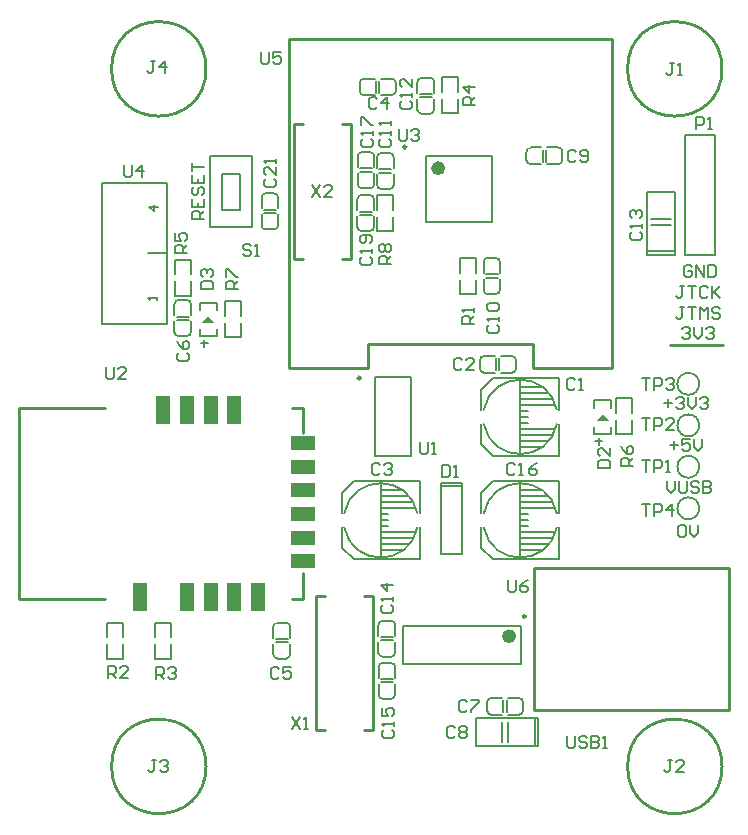
<source format=gto>
G04*
G04 #@! TF.GenerationSoftware,Altium Limited,Altium Designer,19.1.8 (144)*
G04*
G04 Layer_Color=65535*
%FSLAX25Y25*%
%MOIN*%
G70*
G01*
G75*
%ADD10C,0.00500*%
%ADD11C,0.01000*%
%ADD12C,0.00984*%
%ADD13C,0.02362*%
%ADD14C,0.00787*%
%ADD15R,0.04724X0.09449*%
%ADD16R,0.07874X0.04724*%
%ADD17C,0.00598*%
%ADD18C,0.00591*%
%ADD19C,0.00600*%
%ADD20C,0.00800*%
G36*
X816369Y352400D02*
X820769D01*
X818569Y354600D01*
X816369Y352400D01*
D02*
G37*
G36*
X947800Y319790D02*
X952200D01*
X950000Y321990D01*
X947800Y319790D01*
D02*
G37*
D10*
X924547Y406600D02*
G03*
X925903Y405244I1356J0D01*
G01*
X925951Y410800D02*
G03*
X924547Y409396I0J-1404D01*
G01*
X936555D02*
G03*
X935151Y410800I-1404J0D01*
G01*
X935199Y405244D02*
G03*
X936555Y406600I0J1356D01*
G01*
X811400Y347945D02*
G03*
X812756Y349301I0J1356D01*
G01*
X807200Y349349D02*
G03*
X808604Y347945I1404J0D01*
G01*
Y359953D02*
G03*
X807200Y358549I0J-1404D01*
G01*
X812756Y358597D02*
G03*
X811400Y359953I-1356J0D01*
G01*
X837600Y395504D02*
G03*
X836244Y394148I0J-1356D01*
G01*
X841800Y394100D02*
G03*
X840396Y395504I-1404J0D01*
G01*
Y383496D02*
G03*
X841800Y384900I0J1404D01*
G01*
X836244Y384852D02*
G03*
X837600Y383496I1356J0D01*
G01*
X872400Y382945D02*
G03*
X873756Y384301I0J1356D01*
G01*
X868200Y384349D02*
G03*
X869604Y382945I1404J0D01*
G01*
Y394953D02*
G03*
X868200Y393549I0J-1404D01*
G01*
X873756Y393597D02*
G03*
X872400Y394953I-1356J0D01*
G01*
X876100Y408953D02*
G03*
X874744Y407597I0J-1356D01*
G01*
X880300Y407549D02*
G03*
X878896Y408953I-1404J0D01*
G01*
Y396945D02*
G03*
X880300Y398349I0J1404D01*
G01*
X874744Y398301D02*
G03*
X876100Y396945I1356J0D01*
G01*
X869662Y409250D02*
G03*
X868306Y407894I0J-1356D01*
G01*
X873862Y407846D02*
G03*
X872458Y409250I-1404J0D01*
G01*
Y397242D02*
G03*
X873862Y398646I0J1404D01*
G01*
X868306Y398598D02*
G03*
X869662Y397242I1356J0D01*
G01*
X881004Y432400D02*
G03*
X879648Y433756I-1356J0D01*
G01*
X879600Y428200D02*
G03*
X881004Y429604I0J1404D01*
G01*
X868996D02*
G03*
X870400Y428200I1404J0D01*
G01*
X870352Y433756D02*
G03*
X868996Y432400I0J-1356D01*
G01*
X892400Y422047D02*
G03*
X893756Y423403I0J1356D01*
G01*
X888200Y423451D02*
G03*
X889604Y422047I1404J0D01*
G01*
Y434055D02*
G03*
X888200Y432651I0J-1404D01*
G01*
X893756Y432699D02*
G03*
X892400Y434055I-1356J0D01*
G01*
X911600Y373953D02*
G03*
X910244Y372597I0J-1356D01*
G01*
X915800Y372549D02*
G03*
X914396Y373953I-1404J0D01*
G01*
Y361945D02*
G03*
X915800Y363349I0J1404D01*
G01*
X910244Y363301D02*
G03*
X911600Y361945I1356J0D01*
G01*
X909047Y337100D02*
G03*
X910403Y335744I1356J0D01*
G01*
X910451Y341300D02*
G03*
X909047Y339896I0J-1404D01*
G01*
X921055D02*
G03*
X919651Y341300I-1404J0D01*
G01*
X919699Y335744D02*
G03*
X921055Y337100I0J1356D01*
G01*
X911445Y223100D02*
G03*
X912801Y221744I1356J0D01*
G01*
X912849Y227300D02*
G03*
X911445Y225896I0J-1404D01*
G01*
X923453D02*
G03*
X922049Y227300I-1404J0D01*
G01*
X922097Y221744D02*
G03*
X923453Y223100I0J1356D01*
G01*
X879402Y241043D02*
G03*
X880758Y242399I0J1356D01*
G01*
X875202Y242447D02*
G03*
X876606Y241043I1404J0D01*
G01*
Y253051D02*
G03*
X875202Y251647I0J-1404D01*
G01*
X880758Y251695D02*
G03*
X879402Y253051I-1356J0D01*
G01*
X876602Y239000D02*
G03*
X875246Y237644I0J-1356D01*
G01*
X880802Y237596D02*
G03*
X879398Y239000I-1404J0D01*
G01*
Y226992D02*
G03*
X880802Y228396I0J1404D01*
G01*
X875246Y228348D02*
G03*
X876602Y226992I1356J0D01*
G01*
X844400Y240445D02*
G03*
X845756Y241801I0J1356D01*
G01*
X840200Y241849D02*
G03*
X841604Y240445I1404J0D01*
G01*
Y252453D02*
G03*
X840200Y251049I0J-1404D01*
G01*
X845756Y251097D02*
G03*
X844400Y252453I-1356J0D01*
G01*
X925903Y405244D02*
X929551D01*
X924547Y406600D02*
Y409396D01*
X925951Y410800D02*
X929551D01*
X931551D02*
X935151D01*
X936555Y406600D02*
Y409396D01*
X931551Y405244D02*
X935199D01*
X931051Y406000D02*
Y410000D01*
X930000Y406000D02*
Y410000D01*
X812756Y349301D02*
Y352949D01*
X808604Y347945D02*
X811400D01*
X807200Y349349D02*
Y352949D01*
Y354949D02*
Y358549D01*
X808604Y359953D02*
X811400D01*
X812756Y354949D02*
Y358597D01*
X808000Y354449D02*
X812000D01*
X808000Y353398D02*
X812000D01*
X836244Y390500D02*
Y394148D01*
X837600Y395504D02*
X840396D01*
X841800Y390500D02*
Y394100D01*
Y384900D02*
Y388500D01*
X837600Y383496D02*
X840396D01*
X836244Y384852D02*
Y388500D01*
X837000Y389000D02*
X841000D01*
X837000Y390051D02*
X841000D01*
X873756Y384301D02*
Y387949D01*
X869604Y382945D02*
X872400D01*
X868200Y384349D02*
Y387949D01*
Y389949D02*
Y393549D01*
X869604Y394953D02*
X872400D01*
X873756Y389949D02*
Y393597D01*
X869000Y389449D02*
X873000D01*
X869000Y388398D02*
X873000D01*
X874744Y403949D02*
Y407597D01*
X876100Y408953D02*
X878896D01*
X880300Y403949D02*
Y407549D01*
Y398349D02*
Y401949D01*
X876100Y396945D02*
X878896D01*
X874744Y398301D02*
Y401949D01*
X875500Y402449D02*
X879500D01*
X875500Y403500D02*
X879500D01*
X868306Y404246D02*
Y407894D01*
X869662Y409250D02*
X872458D01*
X873862Y404246D02*
Y407846D01*
Y398646D02*
Y402246D01*
X869662Y397242D02*
X872458D01*
X868306Y398598D02*
Y402246D01*
X869062Y402746D02*
X873062D01*
X869062Y403797D02*
X873062D01*
X876000Y433756D02*
X879648D01*
X881004Y429604D02*
Y432400D01*
X876000Y428200D02*
X879600D01*
X870400D02*
X874000D01*
X868996Y429604D02*
Y432400D01*
X870352Y433756D02*
X874000D01*
X874500Y429000D02*
Y433000D01*
X875551Y429000D02*
Y433000D01*
X893756Y423403D02*
Y427051D01*
X889604Y422047D02*
X892400D01*
X888200Y423451D02*
Y427051D01*
Y429051D02*
Y432651D01*
X889604Y434055D02*
X892400D01*
X893756Y429051D02*
Y432699D01*
X889000Y428551D02*
X893000D01*
X889000Y427500D02*
X893000D01*
X871741Y345281D02*
X871810Y345350D01*
X926859Y345309D02*
X926900Y345350D01*
X910244Y368949D02*
Y372597D01*
X911600Y373953D02*
X914396D01*
X915800Y368949D02*
Y372549D01*
Y363349D02*
Y366949D01*
X911600Y361945D02*
X914396D01*
X910244Y363301D02*
Y366949D01*
X911000Y367449D02*
X915000D01*
X911000Y368500D02*
X915000D01*
X910403Y335744D02*
X914051D01*
X909047Y337100D02*
Y339896D01*
X910451Y341300D02*
X914051D01*
X916051D02*
X919651D01*
X921055Y337100D02*
Y339896D01*
X916051Y335744D02*
X919699D01*
X915551Y336500D02*
Y340500D01*
X914500Y336500D02*
Y340500D01*
X912801Y221744D02*
X916449D01*
X911445Y223100D02*
Y225896D01*
X912849Y227300D02*
X916449D01*
X918449D02*
X922049D01*
X923453Y223100D02*
Y225896D01*
X918449Y221744D02*
X922097D01*
X917949Y222500D02*
Y226500D01*
X916898Y222500D02*
Y226500D01*
X880758Y242399D02*
Y246047D01*
X876606Y241043D02*
X879402D01*
X875202Y242447D02*
Y246047D01*
Y248047D02*
Y251647D01*
X876606Y253051D02*
X879402D01*
X880758Y248047D02*
Y251695D01*
X876002Y247547D02*
X880002D01*
X876002Y246496D02*
X880002D01*
X875246Y233996D02*
Y237644D01*
X876602Y239000D02*
X879398D01*
X880802Y233996D02*
Y237596D01*
Y228396D02*
Y231996D01*
X876602Y226992D02*
X879398D01*
X875246Y228348D02*
Y231996D01*
X876002Y232496D02*
X880002D01*
X876002Y233547D02*
X880002D01*
X845756Y241801D02*
Y245449D01*
X841604Y240445D02*
X844400D01*
X840200Y241849D02*
Y245449D01*
Y247449D02*
Y251049D01*
X841604Y252453D02*
X844400D01*
X845756Y247449D02*
Y251097D01*
X841000Y246949D02*
X845000D01*
X841000Y245898D02*
X845000D01*
X801500Y360000D02*
Y361000D01*
Y360500D01*
X798501D01*
X799001Y360000D01*
X801779Y391015D02*
X798780D01*
X800280Y389516D01*
Y391515D01*
D11*
X817748Y437000D02*
G03*
X817748Y437000I-15748J0D01*
G01*
X989748D02*
G03*
X989748Y437000I-15748J0D01*
G01*
Y204500D02*
G03*
X989748Y204500I-15748J0D01*
G01*
X817748D02*
G03*
X817748Y204500I-15748J0D01*
G01*
X972500Y345000D02*
X990000D01*
X927126Y224500D02*
Y270622D01*
X950669D01*
X992126D01*
Y223220D02*
Y270622D01*
X950669Y223220D02*
X992126D01*
X927126D02*
X950669D01*
X927126D02*
Y224500D01*
X755512Y260279D02*
Y324059D01*
X783913D01*
X846413D02*
X850000D01*
X846413Y260279D02*
X850000D01*
X755512D02*
X783913D01*
X850000Y315559D02*
Y324059D01*
Y260279D02*
Y269059D01*
X845560Y446855D02*
X953000D01*
X953040Y337407D02*
Y446855D01*
X845560Y337407D02*
Y446855D01*
X871741Y337407D02*
Y345281D01*
X871810Y345350D02*
X918916D01*
X926900D01*
X926859Y337407D02*
Y345309D01*
Y337407D02*
X953040D01*
X845560D02*
X871741D01*
X873449Y216559D02*
Y261441D01*
X870496D02*
X873449D01*
X870496Y216559D02*
X873449D01*
X854551Y261441D02*
X857504D01*
X854551Y216559D02*
X857504D01*
X854551D02*
Y261441D01*
X847113Y373754D02*
Y418636D01*
Y373754D02*
X850066D01*
X847113Y418636D02*
X850066D01*
X863058Y373754D02*
X866011D01*
X863058Y418636D02*
X866011D01*
Y373754D02*
Y418636D01*
D12*
X884492Y411000D02*
G03*
X884492Y411000I-492J0D01*
G01*
X869272Y333992D02*
G03*
X869272Y333992I-492J0D01*
G01*
X924339Y254549D02*
G03*
X924339Y254549I-492J0D01*
G01*
D13*
X896291Y403890D02*
G03*
X896291Y403890I-1181J0D01*
G01*
X919929Y247894D02*
G03*
X919929Y247894I-1181J0D01*
G01*
D14*
X910324Y318643D02*
G03*
X934676Y318643I12176J2357D01*
G01*
Y323357D02*
G03*
X910324Y323357I-12176J-2357D01*
G01*
Y284143D02*
G03*
X934676Y284143I12176J2357D01*
G01*
Y288857D02*
G03*
X910324Y288857I-12176J-2357D01*
G01*
X863824Y284143D02*
G03*
X888176Y284143I12176J2357D01*
G01*
Y288857D02*
G03*
X863824Y288857I-12176J-2357D01*
G01*
X982140Y290534D02*
G03*
X982140Y290534I-3640J0D01*
G01*
Y332000D02*
G03*
X982140Y332000I-3640J0D01*
G01*
Y318178D02*
G03*
X982140Y318178I-3640J0D01*
G01*
Y304356D02*
G03*
X982140Y304356I-3640J0D01*
G01*
X977500Y374988D02*
X987500D01*
X977500D02*
Y414988D01*
X987500Y374988D02*
Y414988D01*
X977500D02*
X987500D01*
X815769Y347900D02*
X821369D01*
Y350390D01*
X815769Y347900D02*
Y350390D01*
Y356610D02*
Y359100D01*
X821369Y356610D02*
Y359100D01*
X815769D02*
X821369D01*
X817186Y344239D02*
Y346679D01*
X815965Y345459D02*
X818406D01*
X804827Y351878D02*
Y399122D01*
X783173Y351878D02*
Y399122D01*
X804827D01*
X783173Y351878D02*
X804827D01*
X798500Y375500D02*
X804827D01*
X819150Y384189D02*
Y407811D01*
X832929D01*
Y384189D02*
Y407811D01*
X819150Y384189D02*
X832929D01*
X823047Y390114D02*
X828953D01*
Y401925D01*
X823047D02*
X828953D01*
X823047Y390114D02*
Y401925D01*
X891000Y386000D02*
Y408000D01*
X913000Y386000D02*
Y408000D01*
X891000D02*
X913000D01*
X891000Y386000D02*
X913000D01*
X947200Y315290D02*
X952800D01*
Y317779D01*
X947200Y315290D02*
Y317779D01*
Y324000D02*
Y326490D01*
X952800Y324000D02*
Y326490D01*
X947200D02*
X952800D01*
X948617Y311628D02*
Y314069D01*
X947397Y312849D02*
X949838D01*
X922500Y319000D02*
X925000D01*
X922500Y317000D02*
X934200D01*
X922500Y315000D02*
X933300D01*
X922500Y313000D02*
X931900D01*
X922500Y311000D02*
X929800D01*
X922500Y331000D02*
X929800D01*
X922500Y329000D02*
X931900D01*
X922500Y327000D02*
X933300D01*
X922500Y325000D02*
X934200D01*
X922500Y323000D02*
X925000D01*
X922500Y321000D02*
X925000D01*
X922500Y308598D02*
Y333402D01*
X909508Y311945D02*
X913445Y308008D01*
X935492D01*
X909508Y311945D02*
Y318638D01*
X935492Y308008D02*
Y318638D01*
Y323362D02*
Y333992D01*
X909508Y323362D02*
Y330055D01*
X913445Y333992D02*
X935492D01*
X909508Y330055D02*
X913445Y333992D01*
X874094Y307811D02*
Y334189D01*
X885905Y307811D02*
Y334189D01*
X874094D02*
X885905D01*
X874094Y307811D02*
X885905D01*
X922500Y284500D02*
X925000D01*
X922500Y282500D02*
X934200D01*
X922500Y280500D02*
X933300D01*
X922500Y278500D02*
X931900D01*
X922500Y276500D02*
X929800D01*
X922500Y296500D02*
X929800D01*
X922500Y294500D02*
X931900D01*
X922500Y292500D02*
X933300D01*
X922500Y290500D02*
X934200D01*
X922500Y288500D02*
X925000D01*
X922500Y286500D02*
X925000D01*
X922500Y274098D02*
Y298902D01*
X909508Y277445D02*
X913445Y273508D01*
X935492D01*
X909508Y277445D02*
Y284138D01*
X935492Y273508D02*
Y284138D01*
Y288862D02*
Y299492D01*
X909508Y288862D02*
Y295555D01*
X913445Y299492D02*
X935492D01*
X909508Y295555D02*
X913445Y299492D01*
X876000Y284500D02*
X878500D01*
X876000Y282500D02*
X887700D01*
X876000Y280500D02*
X886800D01*
X876000Y278500D02*
X885400D01*
X876000Y276500D02*
X883300D01*
X876000Y296500D02*
X883300D01*
X876000Y294500D02*
X885400D01*
X876000Y292500D02*
X886800D01*
X876000Y290500D02*
X887700D01*
X876000Y288500D02*
X878500D01*
X876000Y286500D02*
X878500D01*
X876000Y274098D02*
Y298902D01*
X863008Y277445D02*
X866945Y273508D01*
X888992D01*
X863008Y277445D02*
Y284138D01*
X888992Y273508D02*
Y284138D01*
Y288862D02*
Y299492D01*
X863008Y288862D02*
Y295555D01*
X866945Y299492D02*
X888992D01*
X863008Y295555D02*
X866945Y299492D01*
X883315Y251400D02*
X922685D01*
X883315Y238600D02*
X922685D01*
Y251400D01*
X883315Y238600D02*
Y251400D01*
D15*
X835039Y261067D02*
D03*
X827165D02*
D03*
X819291D02*
D03*
X811417D02*
D03*
X795669D02*
D03*
X803543Y323272D02*
D03*
X811417D02*
D03*
X819291D02*
D03*
X827165D02*
D03*
D16*
X850000Y312248D02*
D03*
Y304374D02*
D03*
Y296500D02*
D03*
Y288626D02*
D03*
Y280752D02*
D03*
Y272878D02*
D03*
D17*
X966200Y387000D02*
X972800D01*
X966200Y385000D02*
X972800D01*
X916500Y212700D02*
Y219300D01*
X918500Y212700D02*
Y219300D01*
D18*
X974224Y375000D02*
Y376157D01*
X964776Y375000D02*
X974224D01*
X964776D02*
Y376157D01*
Y381669D01*
Y376157D02*
X974224D01*
Y390724D01*
Y395843D01*
X964776D02*
X974224D01*
X964776Y381669D02*
Y395843D01*
X896000Y298000D02*
X903000D01*
X903043Y275189D02*
Y299000D01*
X895957Y275189D02*
Y299000D01*
X903043D01*
X895957Y275189D02*
X903043D01*
X927343Y220724D02*
X928500D01*
Y211276D02*
Y220724D01*
X927343Y211276D02*
X928500D01*
X921831D02*
X927343D01*
Y220724D01*
X912776D02*
X927343D01*
X907658D02*
X912776D01*
X907658Y211276D02*
Y220724D01*
Y211276D02*
X921831D01*
D19*
X829500Y347516D02*
Y352303D01*
X824100Y347516D02*
X829500D01*
X824100D02*
Y352303D01*
Y354697D02*
Y359484D01*
X829500D01*
Y354697D02*
Y359484D01*
X812700Y361366D02*
Y366154D01*
X807300Y361366D02*
X812700D01*
X807300D02*
Y366154D01*
Y368547D02*
Y373335D01*
X812700D01*
Y368547D02*
Y373335D01*
X874800Y390047D02*
Y394835D01*
X880200D01*
Y390047D02*
Y394835D01*
Y382866D02*
Y387653D01*
X874800Y382866D02*
X880200D01*
X874800D02*
Y387653D01*
X896300Y429347D02*
Y434134D01*
X901700D01*
Y429347D02*
Y434134D01*
Y422165D02*
Y426953D01*
X896300Y422165D02*
X901700D01*
X896300D02*
Y426953D01*
X907700Y361866D02*
Y366653D01*
X902300Y361866D02*
X907700D01*
X902300D02*
Y366653D01*
Y369047D02*
Y373835D01*
X907700D01*
Y369047D02*
Y373835D01*
X959700Y315165D02*
Y319953D01*
X954300Y315165D02*
X959700D01*
X954300D02*
Y319953D01*
Y322346D02*
Y327134D01*
X959700D01*
Y322346D02*
Y327134D01*
X784800Y247615D02*
Y252403D01*
X790200D01*
Y247615D02*
Y252403D01*
Y240434D02*
Y245222D01*
X784800Y240434D02*
X790200D01*
X784800D02*
Y245222D01*
X800800Y247615D02*
Y252403D01*
X806200D01*
Y247615D02*
Y252403D01*
Y240434D02*
Y245222D01*
X800800Y240434D02*
X806200D01*
X800800D02*
Y245222D01*
D20*
X817000Y387000D02*
X813001D01*
Y388999D01*
X813668Y389666D01*
X815001D01*
X815667Y388999D01*
Y387000D01*
Y388333D02*
X817000Y389666D01*
X813001Y393665D02*
Y390999D01*
X817000D01*
Y393665D01*
X815001Y390999D02*
Y392332D01*
X813668Y397663D02*
X813001Y396997D01*
Y395664D01*
X813668Y394997D01*
X814334D01*
X815001Y395664D01*
Y396997D01*
X815667Y397663D01*
X816334D01*
X817000Y396997D01*
Y395664D01*
X816334Y394997D01*
X813001Y401662D02*
Y398996D01*
X817000D01*
Y401662D01*
X815001Y398996D02*
Y400329D01*
X813001Y402995D02*
Y405661D01*
Y404328D01*
X817000D01*
X979666Y370832D02*
X978999Y371499D01*
X977666D01*
X977000Y370832D01*
Y368166D01*
X977666Y367500D01*
X978999D01*
X979666Y368166D01*
Y369499D01*
X978333D01*
X980999Y367500D02*
Y371499D01*
X983665Y367500D01*
Y371499D01*
X984997D02*
Y367500D01*
X986997D01*
X987663Y368166D01*
Y370832D01*
X986997Y371499D01*
X984997D01*
X977166Y364499D02*
X975833D01*
X976499D01*
Y361166D01*
X975833Y360500D01*
X975167D01*
X974500Y361166D01*
X978499Y364499D02*
X981164D01*
X979832D01*
Y360500D01*
X985163Y363832D02*
X984497Y364499D01*
X983164D01*
X982497Y363832D01*
Y361166D01*
X983164Y360500D01*
X984497D01*
X985163Y361166D01*
X986496Y364499D02*
Y360500D01*
Y361833D01*
X989162Y364499D01*
X987163Y362499D01*
X989162Y360500D01*
X977166Y357499D02*
X975833D01*
X976499D01*
Y354166D01*
X975833Y353500D01*
X975167D01*
X974500Y354166D01*
X978499Y357499D02*
X981164D01*
X979832D01*
Y353500D01*
X982497D02*
Y357499D01*
X983830Y356166D01*
X985163Y357499D01*
Y353500D01*
X989162Y356832D02*
X988496Y357499D01*
X987163D01*
X986496Y356832D01*
Y356166D01*
X987163Y355499D01*
X988496D01*
X989162Y354833D01*
Y354166D01*
X988496Y353500D01*
X987163D01*
X986496Y354166D01*
X976500Y350332D02*
X977166Y350999D01*
X978499D01*
X979166Y350332D01*
Y349666D01*
X978499Y348999D01*
X977833D01*
X978499D01*
X979166Y348333D01*
Y347666D01*
X978499Y347000D01*
X977166D01*
X976500Y347666D01*
X980499Y350999D02*
Y348333D01*
X981832Y347000D01*
X983165Y348333D01*
Y350999D01*
X984497Y350332D02*
X985164Y350999D01*
X986497D01*
X987163Y350332D01*
Y349666D01*
X986497Y348999D01*
X985830D01*
X986497D01*
X987163Y348333D01*
Y347666D01*
X986497Y347000D01*
X985164D01*
X984497Y347666D01*
X975000Y284332D02*
X975667Y284999D01*
X976999D01*
X977666Y284332D01*
Y281666D01*
X976999Y281000D01*
X975667D01*
X975000Y281666D01*
Y284332D01*
X978999Y284999D02*
Y282333D01*
X980332Y281000D01*
X981664Y282333D01*
Y284999D01*
X970500Y325499D02*
X973166D01*
X971833Y326832D02*
Y324166D01*
X974499Y326832D02*
X975165Y327499D01*
X976498D01*
X977164Y326832D01*
Y326166D01*
X976498Y325499D01*
X975832D01*
X976498D01*
X977164Y324833D01*
Y324166D01*
X976498Y323500D01*
X975165D01*
X974499Y324166D01*
X978497Y327499D02*
Y324833D01*
X979830Y323500D01*
X981163Y324833D01*
Y327499D01*
X982496Y326832D02*
X983163Y327499D01*
X984496D01*
X985162Y326832D01*
Y326166D01*
X984496Y325499D01*
X983829D01*
X984496D01*
X985162Y324833D01*
Y324166D01*
X984496Y323500D01*
X983163D01*
X982496Y324166D01*
X972500Y311499D02*
X975166D01*
X973833Y312832D02*
Y310166D01*
X979165Y313499D02*
X976499D01*
Y311499D01*
X977832Y312166D01*
X978498D01*
X979165Y311499D01*
Y310166D01*
X978498Y309500D01*
X977165D01*
X976499Y310166D01*
X980497Y313499D02*
Y310833D01*
X981830Y309500D01*
X983163Y310833D01*
Y313499D01*
X971500Y299499D02*
Y296833D01*
X972833Y295500D01*
X974166Y296833D01*
Y299499D01*
X975499D02*
Y296166D01*
X976165Y295500D01*
X977498D01*
X978164Y296166D01*
Y299499D01*
X982163Y298832D02*
X981497Y299499D01*
X980164D01*
X979497Y298832D01*
Y298166D01*
X980164Y297499D01*
X981497D01*
X982163Y296833D01*
Y296166D01*
X981497Y295500D01*
X980164D01*
X979497Y296166D01*
X983496Y299499D02*
Y295500D01*
X985495D01*
X986162Y296166D01*
Y296833D01*
X985495Y297499D01*
X983496D01*
X985495D01*
X986162Y298166D01*
Y298832D01*
X985495Y299499D01*
X983496D01*
X832666Y377832D02*
X831999Y378499D01*
X830667D01*
X830000Y377832D01*
Y377166D01*
X830667Y376499D01*
X831999D01*
X832666Y375833D01*
Y375166D01*
X831999Y374500D01*
X830667D01*
X830000Y375166D01*
X833999Y374500D02*
X835332D01*
X834665D01*
Y378499D01*
X833999Y377832D01*
X853200Y398199D02*
X855866Y394200D01*
Y398199D02*
X853200Y394200D01*
X859865D02*
X857199D01*
X859865Y396866D01*
Y397532D01*
X859198Y398199D01*
X857865D01*
X857199Y397532D01*
X846500Y220999D02*
X849166Y217000D01*
Y220999D02*
X846500Y217000D01*
X850499D02*
X851832D01*
X851165D01*
Y220999D01*
X850499Y220332D01*
X938000Y214499D02*
Y211166D01*
X938667Y210500D01*
X939999D01*
X940666Y211166D01*
Y214499D01*
X944664Y213832D02*
X943998Y214499D01*
X942665D01*
X941999Y213832D01*
Y213166D01*
X942665Y212499D01*
X943998D01*
X944664Y211833D01*
Y211166D01*
X943998Y210500D01*
X942665D01*
X941999Y211166D01*
X945997Y214499D02*
Y210500D01*
X947997D01*
X948663Y211166D01*
Y211833D01*
X947997Y212499D01*
X945997D01*
X947997D01*
X948663Y213166D01*
Y213832D01*
X947997Y214499D01*
X945997D01*
X949996Y210500D02*
X951329D01*
X950663D01*
Y214499D01*
X949996Y213832D01*
X918500Y266499D02*
Y263166D01*
X919166Y262500D01*
X920499D01*
X921166Y263166D01*
Y266499D01*
X925165D02*
X923832Y265832D01*
X922499Y264499D01*
Y263166D01*
X923165Y262500D01*
X924498D01*
X925165Y263166D01*
Y263833D01*
X924498Y264499D01*
X922499D01*
X836000Y442499D02*
Y439166D01*
X836666Y438500D01*
X837999D01*
X838666Y439166D01*
Y442499D01*
X842665D02*
X839999D01*
Y440499D01*
X841332Y441166D01*
X841998D01*
X842665Y440499D01*
Y439166D01*
X841998Y438500D01*
X840665D01*
X839999Y439166D01*
X790500Y404999D02*
Y401666D01*
X791166Y401000D01*
X792499D01*
X793166Y401666D01*
Y404999D01*
X796498Y401000D02*
Y404999D01*
X794499Y402999D01*
X797164D01*
X882000Y416999D02*
Y413666D01*
X882666Y413000D01*
X883999D01*
X884666Y413666D01*
Y416999D01*
X885999Y416332D02*
X886665Y416999D01*
X887998D01*
X888665Y416332D01*
Y415666D01*
X887998Y414999D01*
X887332D01*
X887998D01*
X888665Y414333D01*
Y413666D01*
X887998Y413000D01*
X886665D01*
X885999Y413666D01*
X784500Y337499D02*
Y334166D01*
X785166Y333500D01*
X786499D01*
X787166Y334166D01*
Y337499D01*
X791164Y333500D02*
X788499D01*
X791164Y336166D01*
Y336832D01*
X790498Y337499D01*
X789165D01*
X788499Y336832D01*
X889000Y312499D02*
Y309166D01*
X889666Y308500D01*
X890999D01*
X891666Y309166D01*
Y312499D01*
X892999Y308500D02*
X894332D01*
X893665D01*
Y312499D01*
X892999Y311832D01*
X963000Y291999D02*
X965666D01*
X964333D01*
Y288000D01*
X966999D02*
Y291999D01*
X968998D01*
X969664Y291332D01*
Y289999D01*
X968998Y289333D01*
X966999D01*
X972997Y288000D02*
Y291999D01*
X970997Y289999D01*
X973663D01*
X963000Y333999D02*
X965666D01*
X964333D01*
Y330000D01*
X966999D02*
Y333999D01*
X968998D01*
X969664Y333332D01*
Y331999D01*
X968998Y331333D01*
X966999D01*
X970997Y333332D02*
X971664Y333999D01*
X972997D01*
X973663Y333332D01*
Y332666D01*
X972997Y331999D01*
X972330D01*
X972997D01*
X973663Y331333D01*
Y330666D01*
X972997Y330000D01*
X971664D01*
X970997Y330666D01*
X963000Y320499D02*
X965666D01*
X964333D01*
Y316500D01*
X966999D02*
Y320499D01*
X968998D01*
X969664Y319832D01*
Y318499D01*
X968998Y317833D01*
X966999D01*
X973663Y316500D02*
X970997D01*
X973663Y319166D01*
Y319832D01*
X972997Y320499D01*
X971664D01*
X970997Y319832D01*
X963000Y306499D02*
X965666D01*
X964333D01*
Y302500D01*
X966999D02*
Y306499D01*
X968998D01*
X969664Y305832D01*
Y304499D01*
X968998Y303833D01*
X966999D01*
X970997Y302500D02*
X972330D01*
X971664D01*
Y306499D01*
X970997Y305832D01*
X879500Y372000D02*
X875501D01*
Y373999D01*
X876168Y374666D01*
X877501D01*
X878167Y373999D01*
Y372000D01*
Y373333D02*
X879500Y374666D01*
X876168Y375999D02*
X875501Y376665D01*
Y377998D01*
X876168Y378664D01*
X876834D01*
X877501Y377998D01*
X878167Y378664D01*
X878833D01*
X879500Y377998D01*
Y376665D01*
X878833Y375999D01*
X878167D01*
X877501Y376665D01*
X876834Y375999D01*
X876168D01*
X877501Y376665D02*
Y377998D01*
X828500Y363500D02*
X824501D01*
Y365499D01*
X825168Y366166D01*
X826501D01*
X827167Y365499D01*
Y363500D01*
Y364833D02*
X828500Y366166D01*
X824501Y367499D02*
Y370164D01*
X825168D01*
X827833Y367499D01*
X828500D01*
X960000Y304500D02*
X956001D01*
Y306499D01*
X956668Y307166D01*
X958001D01*
X958667Y306499D01*
Y304500D01*
Y305833D02*
X960000Y307166D01*
X956001Y311164D02*
X956668Y309832D01*
X958001Y308499D01*
X959334D01*
X960000Y309165D01*
Y310498D01*
X959334Y311164D01*
X958667D01*
X958001Y310498D01*
Y308499D01*
X811500Y375500D02*
X807501D01*
Y377499D01*
X808168Y378166D01*
X809501D01*
X810167Y377499D01*
Y375500D01*
Y376833D02*
X811500Y378166D01*
X807501Y382165D02*
Y379499D01*
X809501D01*
X808834Y380832D01*
Y381498D01*
X809501Y382165D01*
X810834D01*
X811500Y381498D01*
Y380165D01*
X810834Y379499D01*
X907500Y425000D02*
X903501D01*
Y426999D01*
X904168Y427666D01*
X905501D01*
X906167Y426999D01*
Y425000D01*
Y426333D02*
X907500Y427666D01*
Y430998D02*
X903501D01*
X905501Y428999D01*
Y431665D01*
X801000Y233500D02*
Y237499D01*
X802999D01*
X803666Y236832D01*
Y235499D01*
X802999Y234833D01*
X801000D01*
X802333D02*
X803666Y233500D01*
X804999Y236832D02*
X805665Y237499D01*
X806998D01*
X807664Y236832D01*
Y236166D01*
X806998Y235499D01*
X806332D01*
X806998D01*
X807664Y234833D01*
Y234166D01*
X806998Y233500D01*
X805665D01*
X804999Y234166D01*
X785000Y234000D02*
Y237999D01*
X786999D01*
X787666Y237332D01*
Y235999D01*
X786999Y235333D01*
X785000D01*
X786333D02*
X787666Y234000D01*
X791665D02*
X788999D01*
X791665Y236666D01*
Y237332D01*
X790998Y237999D01*
X789665D01*
X788999Y237332D01*
X907000Y352000D02*
X903001D01*
Y353999D01*
X903668Y354666D01*
X905001D01*
X905667Y353999D01*
Y352000D01*
Y353333D02*
X907000Y354666D01*
Y355999D02*
Y357332D01*
Y356665D01*
X903001D01*
X903668Y355999D01*
X981000Y417000D02*
Y420999D01*
X982999D01*
X983666Y420332D01*
Y418999D01*
X982999Y418333D01*
X981000D01*
X984999Y417000D02*
X986332D01*
X985665D01*
Y420999D01*
X984999Y420332D01*
X800666Y439499D02*
X799333D01*
X799999D01*
Y436166D01*
X799333Y435500D01*
X798666D01*
X798000Y436166D01*
X803998Y435500D02*
Y439499D01*
X801999Y437499D01*
X804665D01*
X801166Y206499D02*
X799833D01*
X800499D01*
Y203167D01*
X799833Y202500D01*
X799166D01*
X798500Y203167D01*
X802499Y205832D02*
X803165Y206499D01*
X804498D01*
X805165Y205832D01*
Y205166D01*
X804498Y204499D01*
X803832D01*
X804498D01*
X805165Y203833D01*
Y203167D01*
X804498Y202500D01*
X803165D01*
X802499Y203167D01*
X973166Y206499D02*
X971833D01*
X972499D01*
Y203167D01*
X971833Y202500D01*
X971167D01*
X970500Y203167D01*
X977164Y202500D02*
X974499D01*
X977164Y205166D01*
Y205832D01*
X976498Y206499D01*
X975165D01*
X974499Y205832D01*
X973666Y438999D02*
X972333D01*
X972999D01*
Y435666D01*
X972333Y435000D01*
X971667D01*
X971000Y435666D01*
X974999Y435000D02*
X976332D01*
X975665D01*
Y438999D01*
X974999Y438332D01*
X816001Y363500D02*
X820000D01*
Y365499D01*
X819333Y366166D01*
X816668D01*
X816001Y365499D01*
Y363500D01*
X816668Y367499D02*
X816001Y368165D01*
Y369498D01*
X816668Y370164D01*
X817334D01*
X818001Y369498D01*
Y368832D01*
Y369498D01*
X818667Y370164D01*
X819333D01*
X820000Y369498D01*
Y368165D01*
X819333Y367499D01*
X948501Y304000D02*
X952500D01*
Y305999D01*
X951834Y306666D01*
X949168D01*
X948501Y305999D01*
Y304000D01*
X952500Y310665D02*
Y307999D01*
X949834Y310665D01*
X949168D01*
X948501Y309998D01*
Y308665D01*
X949168Y307999D01*
X896500Y304999D02*
Y301000D01*
X898499D01*
X899166Y301666D01*
Y304332D01*
X898499Y304999D01*
X896500D01*
X900499Y301000D02*
X901832D01*
X901165D01*
Y304999D01*
X900499Y304332D01*
X837668Y400166D02*
X837001Y399499D01*
Y398166D01*
X837668Y397500D01*
X840333D01*
X841000Y398166D01*
Y399499D01*
X840333Y400166D01*
X841000Y404165D02*
Y401499D01*
X838334Y404165D01*
X837668D01*
X837001Y403498D01*
Y402165D01*
X837668Y401499D01*
X841000Y405497D02*
Y406830D01*
Y406164D01*
X837001D01*
X837668Y405497D01*
X869668Y374166D02*
X869001Y373499D01*
Y372166D01*
X869668Y371500D01*
X872334D01*
X873000Y372166D01*
Y373499D01*
X872334Y374166D01*
X873000Y375499D02*
Y376832D01*
Y376165D01*
X869001D01*
X869668Y375499D01*
X872334Y378831D02*
X873000Y379497D01*
Y380830D01*
X872334Y381497D01*
X869668D01*
X869001Y380830D01*
Y379497D01*
X869668Y378831D01*
X870334D01*
X871001Y379497D01*
Y381497D01*
X870168Y413666D02*
X869501Y412999D01*
Y411666D01*
X870168Y411000D01*
X872834D01*
X873500Y411666D01*
Y412999D01*
X872834Y413666D01*
X873500Y414999D02*
Y416332D01*
Y415665D01*
X869501D01*
X870168Y414999D01*
X869501Y418331D02*
Y420997D01*
X870168D01*
X872834Y418331D01*
X873500D01*
X920666Y304832D02*
X919999Y305499D01*
X918666D01*
X918000Y304832D01*
Y302166D01*
X918666Y301500D01*
X919999D01*
X920666Y302166D01*
X921999Y301500D02*
X923332D01*
X922665D01*
Y305499D01*
X921999Y304832D01*
X927997Y305499D02*
X926664Y304832D01*
X925331Y303499D01*
Y302166D01*
X925997Y301500D01*
X927330D01*
X927997Y302166D01*
Y302833D01*
X927330Y303499D01*
X925331D01*
X877168Y216666D02*
X876501Y215999D01*
Y214666D01*
X877168Y214000D01*
X879834D01*
X880500Y214666D01*
Y215999D01*
X879834Y216666D01*
X880500Y217999D02*
Y219332D01*
Y218665D01*
X876501D01*
X877168Y217999D01*
X876501Y223997D02*
Y221331D01*
X878501D01*
X877834Y222664D01*
Y223330D01*
X878501Y223997D01*
X879834D01*
X880500Y223330D01*
Y221997D01*
X879834Y221331D01*
X876668Y258166D02*
X876001Y257499D01*
Y256166D01*
X876668Y255500D01*
X879333D01*
X880000Y256166D01*
Y257499D01*
X879333Y258166D01*
X880000Y259499D02*
Y260832D01*
Y260165D01*
X876001D01*
X876668Y259499D01*
X880000Y264830D02*
X876001D01*
X878001Y262831D01*
Y265497D01*
X959668Y382666D02*
X959001Y381999D01*
Y380666D01*
X959668Y380000D01*
X962333D01*
X963000Y380666D01*
Y381999D01*
X962333Y382666D01*
X963000Y383999D02*
Y385332D01*
Y384665D01*
X959001D01*
X959668Y383999D01*
Y387331D02*
X959001Y387997D01*
Y389330D01*
X959668Y389997D01*
X960334D01*
X961001Y389330D01*
Y388664D01*
Y389330D01*
X961667Y389997D01*
X962333D01*
X963000Y389330D01*
Y387997D01*
X962333Y387331D01*
X883168Y426166D02*
X882501Y425499D01*
Y424166D01*
X883168Y423500D01*
X885833D01*
X886500Y424166D01*
Y425499D01*
X885833Y426166D01*
X886500Y427499D02*
Y428832D01*
Y428165D01*
X882501D01*
X883168Y427499D01*
X886500Y433497D02*
Y430831D01*
X883834Y433497D01*
X883168D01*
X882501Y432830D01*
Y431497D01*
X883168Y430831D01*
X876168Y413666D02*
X875501Y412999D01*
Y411666D01*
X876168Y411000D01*
X878833D01*
X879500Y411666D01*
Y412999D01*
X878833Y413666D01*
X879500Y414999D02*
Y416332D01*
Y415665D01*
X875501D01*
X876168Y414999D01*
X879500Y418331D02*
Y419664D01*
Y418997D01*
X875501D01*
X876168Y418331D01*
X912168Y351666D02*
X911501Y350999D01*
Y349666D01*
X912168Y349000D01*
X914834D01*
X915500Y349666D01*
Y350999D01*
X914834Y351666D01*
X915500Y352999D02*
Y354332D01*
Y353665D01*
X911501D01*
X912168Y352999D01*
Y356331D02*
X911501Y356997D01*
Y358330D01*
X912168Y358997D01*
X914834D01*
X915500Y358330D01*
Y356997D01*
X914834Y356331D01*
X912168D01*
X941166Y409332D02*
X940499Y409999D01*
X939167D01*
X938500Y409332D01*
Y406666D01*
X939167Y406000D01*
X940499D01*
X941166Y406666D01*
X942499D02*
X943165Y406000D01*
X944498D01*
X945164Y406666D01*
Y409332D01*
X944498Y409999D01*
X943165D01*
X942499Y409332D01*
Y408666D01*
X943165Y407999D01*
X945164D01*
X900666Y217332D02*
X899999Y217999D01*
X898666D01*
X898000Y217332D01*
Y214666D01*
X898666Y214000D01*
X899999D01*
X900666Y214666D01*
X901999Y217332D02*
X902665Y217999D01*
X903998D01*
X904665Y217332D01*
Y216666D01*
X903998Y215999D01*
X904665Y215333D01*
Y214666D01*
X903998Y214000D01*
X902665D01*
X901999Y214666D01*
Y215333D01*
X902665Y215999D01*
X901999Y216666D01*
Y217332D01*
X902665Y215999D02*
X903998D01*
X904666Y225832D02*
X903999Y226499D01*
X902666D01*
X902000Y225832D01*
Y223166D01*
X902666Y222500D01*
X903999D01*
X904666Y223166D01*
X905999Y226499D02*
X908665D01*
Y225832D01*
X905999Y223166D01*
Y222500D01*
X808668Y342166D02*
X808001Y341499D01*
Y340166D01*
X808668Y339500D01*
X811334D01*
X812000Y340166D01*
Y341499D01*
X811334Y342166D01*
X808001Y346164D02*
X808668Y344832D01*
X810001Y343499D01*
X811334D01*
X812000Y344165D01*
Y345498D01*
X811334Y346164D01*
X810667D01*
X810001Y345498D01*
Y343499D01*
X842166Y236832D02*
X841499Y237499D01*
X840166D01*
X839500Y236832D01*
Y234166D01*
X840166Y233500D01*
X841499D01*
X842166Y234166D01*
X846165Y237499D02*
X843499D01*
Y235499D01*
X844832Y236166D01*
X845498D01*
X846165Y235499D01*
Y234166D01*
X845498Y233500D01*
X844165D01*
X843499Y234166D01*
X874666Y426832D02*
X873999Y427499D01*
X872666D01*
X872000Y426832D01*
Y424166D01*
X872666Y423500D01*
X873999D01*
X874666Y424166D01*
X877998Y423500D02*
Y427499D01*
X875999Y425499D01*
X878664D01*
X875666Y304832D02*
X874999Y305499D01*
X873666D01*
X873000Y304832D01*
Y302166D01*
X873666Y301500D01*
X874999D01*
X875666Y302166D01*
X876999Y304832D02*
X877665Y305499D01*
X878998D01*
X879665Y304832D01*
Y304166D01*
X878998Y303499D01*
X878332D01*
X878998D01*
X879665Y302833D01*
Y302166D01*
X878998Y301500D01*
X877665D01*
X876999Y302166D01*
X903166Y339832D02*
X902499Y340499D01*
X901167D01*
X900500Y339832D01*
Y337166D01*
X901167Y336500D01*
X902499D01*
X903166Y337166D01*
X907164Y336500D02*
X904499D01*
X907164Y339166D01*
Y339832D01*
X906498Y340499D01*
X905165D01*
X904499Y339832D01*
X940666Y333332D02*
X939999Y333999D01*
X938667D01*
X938000Y333332D01*
Y330666D01*
X938667Y330000D01*
X939999D01*
X940666Y330666D01*
X941999Y330000D02*
X943332D01*
X942665D01*
Y333999D01*
X941999Y333332D01*
M02*

</source>
